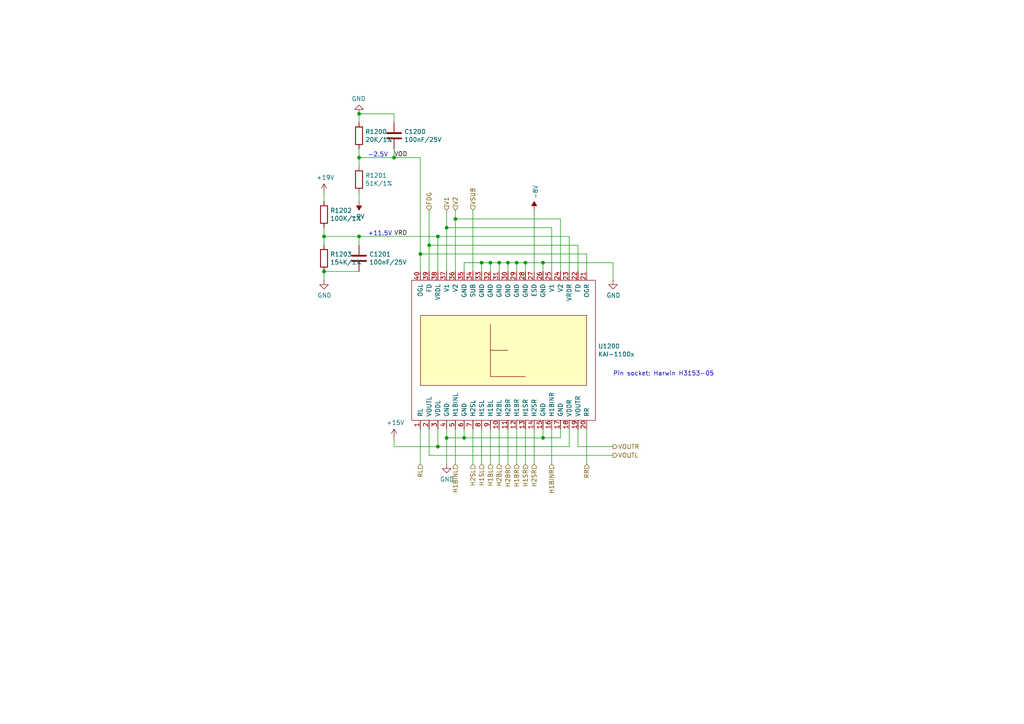
<source format=kicad_sch>
(kicad_sch (version 20210621) (generator eeschema)
  (paper "A4")
  (title_block (title "Sitina Ne") (rev "R0P2") (company "ZephRay"))
  (lib_symbols
    (symbol "Device:C" (pin_numbers hide) (pin_names (offset 0.254))
      (property "Reference" "C" (at 0.635 2.54 0))
      (property "Value" "C" (at 0.635 -2.54 0))
      (symbol "C_0_1"
        (polyline (pts (xy -2.032 -0.762) (xy 2.032 -0.762)) (stroke (width 0.508)))
        (polyline (pts (xy -2.032 0.762) (xy 2.032 0.762)) (stroke (width 0.508)))
      )
      (symbol "C_1_1"
        (pin passive line (at 0 3.81 270) (length 2.794) (name "~") (number "1"))
        (pin passive line (at 0 -3.81 90) (length 2.794) (name "~") (number "2"))
      )
    )
    (symbol "Device:R" (pin_numbers hide) (pin_names (offset 0))
      (property "Reference" "R" (at 2.032 0 90))
      (property "Value" "R" (at 0 0 90))
      (symbol "R_0_1"
        (rectangle (start -1.016 -2.54) (end 1.016 2.54) (stroke (width 0.254)))
      )
      (symbol "R_1_1"
        (pin passive line (at 0 3.81 270) (length 1.27) (name "~") (number "1"))
        (pin passive line (at 0 -3.81 90) (length 1.27) (name "~") (number "2"))
      )
    )
    (symbol "Sitina:+19V" (power) (pin_names (offset 0))
      (property "Value" "+19V" (at 0 3.556 0))
      (symbol "+19V_0_1"
        (polyline (pts (xy -0.762 1.27) (xy 0 2.54)))
        (polyline (pts (xy 0 0) (xy 0 2.54)))
        (polyline (pts (xy 0 2.54) (xy 0.762 1.27)))
      )
      (symbol "+19V_1_1"
        (pin power_in line (at 0 0 90) (length 0) hide (name "+19V") (number "1"))
      )
    )
    (symbol "Sitina:KAI-1100x" (pin_names (offset 1.016))
      (property "Reference" "U" (at 0 0 0))
      (property "Value" "KAI-1100x" (at 0 -2.54 0))
      (symbol "KAI-1100x_0_1"
        (rectangle (start -22.86 -22.86) (end 25.4 -43.18) (fill (type background)))
        (polyline (pts (xy 2.54 -33.02) (xy -2.54 -33.02)) (fill (type background)))
        (polyline (pts (xy 7.62 -40.64) (xy -2.54 -40.64) (xy -2.54 -25.4)) (fill (type background)))
        (rectangle (start 27.94 -53.34) (end -25.4 -12.7))
      )
      (symbol "KAI-1100x_1_1"
        (pin input line (at -22.86 -55.88 90) (length 2.54) (name "RL") (number "1"))
        (pin input line (at 0 -55.88 90) (length 2.54) (name "H2BL") (number "10"))
        (pin input line (at 2.54 -55.88 90) (length 2.54) (name "H2BR") (number "11"))
        (pin input line (at 5.08 -55.88 90) (length 2.54) (name "H1BR") (number "12"))
        (pin input line (at 7.62 -55.88 90) (length 2.54) (name "H1SR") (number "13"))
        (pin input line (at 10.16 -55.88 90) (length 2.54) (name "H2SR") (number "14"))
        (pin input line (at 12.7 -55.88 90) (length 2.54) (name "GND") (number "15"))
        (pin input line (at 15.24 -55.88 90) (length 2.54) (name "H1BINR") (number "16"))
        (pin input line (at 17.78 -55.88 90) (length 2.54) (name "GND") (number "17"))
        (pin input line (at 20.32 -55.88 90) (length 2.54) (name "VDDR") (number "18"))
        (pin input line (at 22.86 -55.88 90) (length 2.54) (name "VOUTR") (number "19"))
        (pin input line (at -20.32 -55.88 90) (length 2.54) (name "VOUTL") (number "2"))
        (pin input line (at 25.4 -55.88 90) (length 2.54) (name "RR") (number "20"))
        (pin input line (at 25.4 -10.16 270) (length 2.54) (name "OGR") (number "21"))
        (pin input line (at 22.86 -10.16 270) (length 2.54) (name "FD") (number "22"))
        (pin input line (at 20.32 -10.16 270) (length 2.54) (name "VRDR") (number "23"))
        (pin input line (at 17.78 -10.16 270) (length 2.54) (name "V2") (number "24"))
        (pin input line (at 15.24 -10.16 270) (length 2.54) (name "V1") (number "25"))
        (pin input line (at 12.7 -10.16 270) (length 2.54) (name "GND") (number "26"))
        (pin input line (at 10.16 -10.16 270) (length 2.54) (name "ESD") (number "27"))
        (pin input line (at 7.62 -10.16 270) (length 2.54) (name "GND") (number "28"))
        (pin input line (at 5.08 -10.16 270) (length 2.54) (name "GND") (number "29"))
        (pin input line (at -17.78 -55.88 90) (length 2.54) (name "VDDL") (number "3"))
        (pin input line (at 2.54 -10.16 270) (length 2.54) (name "GND") (number "30"))
        (pin input line (at 0 -10.16 270) (length 2.54) (name "GND") (number "31"))
        (pin input line (at -2.54 -10.16 270) (length 2.54) (name "GND") (number "32"))
        (pin input line (at -5.08 -10.16 270) (length 2.54) (name "GND") (number "33"))
        (pin input line (at -7.62 -10.16 270) (length 2.54) (name "SUB") (number "34"))
        (pin input line (at -10.16 -10.16 270) (length 2.54) (name "GND") (number "35"))
        (pin input line (at -12.7 -10.16 270) (length 2.54) (name "V2") (number "36"))
        (pin input line (at -15.24 -10.16 270) (length 2.54) (name "V1") (number "37"))
        (pin input line (at -17.78 -10.16 270) (length 2.54) (name "VRDL") (number "38"))
        (pin input line (at -20.32 -10.16 270) (length 2.54) (name "FD") (number "39"))
        (pin input line (at -15.24 -55.88 90) (length 2.54) (name "GND") (number "4"))
        (pin input line (at -22.86 -10.16 270) (length 2.54) (name "OGL") (number "40"))
        (pin input line (at -12.7 -55.88 90) (length 2.54) (name "H1BINL") (number "5"))
        (pin input line (at -10.16 -55.88 90) (length 2.54) (name "GND") (number "6"))
        (pin input line (at -7.62 -55.88 90) (length 2.54) (name "H2SL") (number "7"))
        (pin input line (at -5.08 -55.88 90) (length 2.54) (name "H1SL") (number "8"))
        (pin input line (at -2.54 -55.88 90) (length 2.54) (name "H1BL") (number "9"))
      )
    )
    (symbol "power:+15V" (power) (pin_names (offset 0))
      (property "Value" "+15V" (at 0 3.556 0))
      (symbol "+15V_0_1"
        (polyline (pts (xy -0.762 1.27) (xy 0 2.54)))
        (polyline (pts (xy 0 0) (xy 0 2.54)))
        (polyline (pts (xy 0 2.54) (xy 0.762 1.27)))
      )
      (symbol "+15V_1_1"
        (pin power_in line (at 0 0 90) (length 0) hide (name "+15V") (number "1"))
      )
    )
    (symbol "power:-8V" (power) (pin_names (offset 0))
      (property "Value" "-8V" (at 0 3.81 0))
      (symbol "-8V_0_0"
        (pin power_in line (at 0 0 90) (length 0) hide (name "-8V") (number "1"))
      )
      (symbol "-8V_0_1"
        (polyline (pts (xy 0 0) (xy 0 1.27) (xy 0.762 1.27) (xy 0 2.54) (xy -0.762 1.27) (xy 0 1.27)) (fill (type outline)))
      )
    )
    (symbol "power:-9V" (power) (pin_names (offset 0))
      (property "Value" "-9V" (at 0 3.81 0))
      (symbol "-9V_0_1"
        (polyline (pts (xy 0 0) (xy 0 2.54)))
        (polyline (pts (xy 0.762 1.27) (xy -0.762 1.27) (xy 0 2.54) (xy 0.762 1.27)) (fill (type outline)))
      )
      (symbol "-9V_1_1"
        (pin power_in line (at 0 0 90) (length 0) hide (name "-9V") (number "1"))
      )
    )
    (symbol "power:GND" (power) (pin_names (offset 0))
      (property "Value" "GND" (at 0 -3.81 0))
      (symbol "GND_0_1"
        (polyline (pts (xy 0 0) (xy 0 -1.27) (xy 1.27 -1.27) (xy 0 -2.54) (xy -1.27 -1.27) (xy 0 -1.27)))
      )
      (symbol "GND_1_1"
        (pin power_in line (at 0 0 270) (length 0) hide (name "GND") (number "1"))
      )
    )
  )
  (junction (at 134.62 127) (diameter 0.9144))
  (junction (at 152.4 76.2) (diameter 0.9144))
  (junction (at 147.32 76.2) (diameter 0.9144))
  (junction (at 157.48 127) (diameter 0.9144))
  (junction (at 93.98 78.74) (diameter 0.9144))
  (junction (at 132.08 63.5) (diameter 0.9144))
  (junction (at 124.46 71.12) (diameter 0.9144))
  (junction (at 104.14 68.58) (diameter 0.9144))
  (junction (at 127 68.58) (diameter 0.9144))
  (junction (at 144.78 76.2) (diameter 0.9144))
  (junction (at 129.54 127) (diameter 0.9144))
  (junction (at 114.3 45.72) (diameter 0.9144))
  (junction (at 127 129.54) (diameter 0.9144))
  (junction (at 139.7 76.2) (diameter 0.9144))
  (junction (at 129.54 66.04) (diameter 0.9144))
  (junction (at 149.86 76.2) (diameter 0.9144))
  (junction (at 121.92 73.66) (diameter 0.9144))
  (junction (at 157.48 76.2) (diameter 0.9144))
  (junction (at 104.14 33.02) (diameter 0.9144))
  (junction (at 142.24 76.2) (diameter 0.9144))
  (junction (at 93.98 68.58) (diameter 0.9144))
  (junction (at 104.14 45.72) (diameter 0.9144))
  (wire (pts (xy 152.4 78.74) (xy 152.4 76.2)))
  (wire (pts (xy 124.46 124.46) (xy 124.46 132.08)))
  (wire (pts (xy 149.86 78.74) (xy 149.86 76.2)))
  (wire (pts (xy 152.4 76.2) (xy 149.86 76.2)))
  (wire (pts (xy 177.8 76.2) (xy 177.8 81.28)))
  (wire (pts (xy 104.14 71.12) (xy 104.14 68.58)))
  (wire (pts (xy 147.32 78.74) (xy 147.32 76.2)))
  (wire (pts (xy 149.86 76.2) (xy 147.32 76.2)))
  (wire (pts (xy 129.54 127) (xy 134.62 127)))
  (wire (pts (xy 167.64 124.46) (xy 167.64 129.54)))
  (wire (pts (xy 104.14 33.02) (xy 104.14 35.56)))
  (wire (pts (xy 162.56 127) (xy 162.56 124.46)))
  (wire (pts (xy 154.94 134.62) (xy 154.94 124.46)))
  (wire (pts (xy 121.92 45.72) (xy 121.92 73.66)))
  (wire (pts (xy 104.14 45.72) (xy 114.3 45.72)))
  (wire (pts (xy 114.3 43.18) (xy 114.3 45.72)))
  (wire (pts (xy 160.02 134.62) (xy 160.02 124.46)))
  (wire (pts (xy 104.14 78.74) (xy 93.98 78.74)))
  (wire (pts (xy 124.46 71.12) (xy 124.46 78.74)))
  (wire (pts (xy 167.64 129.54) (xy 177.8 129.54)))
  (wire (pts (xy 147.32 76.2) (xy 144.78 76.2)))
  (wire (pts (xy 170.18 78.74) (xy 170.18 73.66)))
  (wire (pts (xy 132.08 63.5) (xy 132.08 78.74)))
  (wire (pts (xy 114.3 33.02) (xy 104.14 33.02)))
  (wire (pts (xy 121.92 73.66) (xy 121.92 78.74)))
  (wire (pts (xy 137.16 134.62) (xy 137.16 124.46)))
  (wire (pts (xy 139.7 134.62) (xy 139.7 124.46)))
  (wire (pts (xy 129.54 60.96) (xy 129.54 66.04)))
  (wire (pts (xy 129.54 127) (xy 129.54 134.62)))
  (wire (pts (xy 124.46 71.12) (xy 167.64 71.12)))
  (wire (pts (xy 165.1 129.54) (xy 127 129.54)))
  (wire (pts (xy 104.14 48.26) (xy 104.14 45.72)))
  (wire (pts (xy 144.78 78.74) (xy 144.78 76.2)))
  (wire (pts (xy 93.98 66.04) (xy 93.98 68.58)))
  (wire (pts (xy 134.62 76.2) (xy 134.62 78.74)))
  (wire (pts (xy 134.62 124.46) (xy 134.62 127)))
  (wire (pts (xy 134.62 127) (xy 157.48 127)))
  (wire (pts (xy 152.4 134.62) (xy 152.4 124.46)))
  (wire (pts (xy 149.86 134.62) (xy 149.86 124.46)))
  (wire (pts (xy 144.78 134.62) (xy 144.78 124.46)))
  (wire (pts (xy 142.24 76.2) (xy 139.7 76.2)))
  (wire (pts (xy 165.1 68.58) (xy 127 68.58)))
  (wire (pts (xy 93.98 55.88) (xy 93.98 58.42)))
  (wire (pts (xy 114.3 127) (xy 114.3 129.54)))
  (wire (pts (xy 93.98 68.58) (xy 104.14 68.58)))
  (wire (pts (xy 104.14 43.18) (xy 104.14 45.72)))
  (wire (pts (xy 129.54 66.04) (xy 129.54 78.74)))
  (wire (pts (xy 160.02 66.04) (xy 160.02 78.74)))
  (wire (pts (xy 124.46 60.96) (xy 124.46 71.12)))
  (wire (pts (xy 132.08 63.5) (xy 162.56 63.5)))
  (wire (pts (xy 165.1 78.74) (xy 165.1 68.58)))
  (wire (pts (xy 144.78 76.2) (xy 142.24 76.2)))
  (wire (pts (xy 127 129.54) (xy 127 124.46)))
  (wire (pts (xy 93.98 81.28) (xy 93.98 78.74)))
  (wire (pts (xy 132.08 60.96) (xy 132.08 63.5)))
  (wire (pts (xy 147.32 134.62) (xy 147.32 124.46)))
  (wire (pts (xy 129.54 66.04) (xy 160.02 66.04)))
  (wire (pts (xy 157.48 124.46) (xy 157.48 127)))
  (wire (pts (xy 121.92 134.62) (xy 121.92 124.46)))
  (wire (pts (xy 114.3 35.56) (xy 114.3 33.02)))
  (wire (pts (xy 152.4 76.2) (xy 157.48 76.2)))
  (wire (pts (xy 132.08 134.62) (xy 132.08 124.46)))
  (wire (pts (xy 142.24 134.62) (xy 142.24 124.46)))
  (wire (pts (xy 165.1 124.46) (xy 165.1 129.54)))
  (wire (pts (xy 142.24 78.74) (xy 142.24 76.2)))
  (wire (pts (xy 129.54 124.46) (xy 129.54 127)))
  (wire (pts (xy 127 129.54) (xy 114.3 129.54)))
  (wire (pts (xy 167.64 71.12) (xy 167.64 78.74)))
  (wire (pts (xy 127 78.74) (xy 127 68.58)))
  (wire (pts (xy 157.48 78.74) (xy 157.48 76.2)))
  (wire (pts (xy 104.14 68.58) (xy 127 68.58)))
  (wire (pts (xy 139.7 78.74) (xy 139.7 76.2)))
  (wire (pts (xy 170.18 73.66) (xy 121.92 73.66)))
  (wire (pts (xy 114.3 45.72) (xy 121.92 45.72)))
  (wire (pts (xy 157.48 127) (xy 162.56 127)))
  (wire (pts (xy 134.62 76.2) (xy 139.7 76.2)))
  (wire (pts (xy 104.14 58.42) (xy 104.14 55.88)))
  (wire (pts (xy 124.46 132.08) (xy 177.8 132.08)))
  (wire (pts (xy 154.94 78.74) (xy 154.94 60.96)))
  (wire (pts (xy 137.16 60.96) (xy 137.16 78.74)))
  (wire (pts (xy 93.98 71.12) (xy 93.98 68.58)))
  (wire (pts (xy 157.48 76.2) (xy 177.8 76.2)))
  (wire (pts (xy 170.18 134.62) (xy 170.18 124.46)))
  (wire (pts (xy 162.56 63.5) (xy 162.56 78.74)))
  (text "+11.5V" (at 106.68 68.58 0) (effects (font (size 1.27 1.27)) (justify left bottom)))
  (text "Pin socket: Harwin H3153-05" (at 177.8 109.22 0) (effects (font (size 1.27 1.27)) (justify left bottom)))
  (text "-2.5V" (at 106.68 45.72 0) (effects (font (size 1.27 1.27)) (justify left bottom)))
  (label "VOD" (at 114.3 45.72 0))
  (label "VRD" (at 114.3 68.58 0))
  (hierarchical_label "H2SR" (shape input) (at 154.94 134.62 270))
  (hierarchical_label "H2SL" (shape input) (at 137.16 134.62 270))
  (hierarchical_label "H2BR" (shape input) (at 147.32 134.62 270))
  (hierarchical_label "FDG" (shape input) (at 124.46 60.96 90))
  (hierarchical_label "H2BL" (shape input) (at 144.78 134.62 270))
  (hierarchical_label "H1BL" (shape input) (at 142.24 134.62 270))
  (hierarchical_label "V1" (shape input) (at 129.54 60.96 90))
  (hierarchical_label "V2" (shape input) (at 132.08 60.96 90))
  (hierarchical_label "H1BR" (shape input) (at 149.86 134.62 270))
  (hierarchical_label "VOUTL" (shape output) (at 177.8 132.08 0))
  (hierarchical_label "VOUTR" (shape output) (at 177.8 129.54 0))
  (hierarchical_label "H1BINR" (shape input) (at 160.02 134.62 270))
  (hierarchical_label "H1SL" (shape input) (at 139.7 134.62 270))
  (hierarchical_label "RR" (shape input) (at 170.18 134.62 270))
  (hierarchical_label "RL" (shape input) (at 121.92 134.62 270))
  (hierarchical_label "H1SR" (shape input) (at 152.4 134.62 270))
  (hierarchical_label "VSUB" (shape input) (at 137.16 60.96 90))
  (hierarchical_label "H1BINL" (shape input) (at 132.08 134.62 270))
  (symbol (lib_id "Sitina:KAI-1100x") (at 144.78 68.58 0) (unit 1)
    (property "Reference" "U1200" (at 173.4312 100.4316 0) (effects (justify left)))
    (property "Value" "KAI-1100x" (at 173.4312 102.743 0) (effects (justify left)))
    (property "Footprint" "Footprints:KAI-1100X" (effects hide))
  )
  (symbol (lib_id "power:GND") (at 129.54 134.62 0) (unit 1)
    (property "Reference" "#PWR0194" (effects hide))
    (property "Value" "GND" (at 129.667 139.0142 0))
  )
  (symbol (lib_id "power:+15V") (at 114.3 127 0) (unit 1)
    (property "Reference" "#PWR0195" (effects hide))
    (property "Value" "+15V" (at 114.681 122.6058 0))
  )
  (symbol (lib_id "power:GND") (at 177.8 81.28 0) (unit 1)
    (property "Reference" "#PWR0196" (effects hide))
    (property "Value" "GND" (at 177.927 85.6742 0))
  )
  (symbol (lib_id "Device:C") (at 104.14 74.93 0) (unit 1)
    (property "Reference" "C1201" (at 107.061 73.7616 0) (effects (justify left)))
    (property "Value" "100nF/25V" (at 107.061 76.073 0) (effects (justify left)))
    (property "Footprint" "Capacitor_SMD:C_0603_1608Metric" (effects hide))
  )
  (symbol (lib_id "Device:R") (at 93.98 74.93 0) (unit 1)
    (property "Reference" "R1203" (at 95.758 73.7616 0) (effects (justify left)))
    (property "Value" "154K/1%" (at 95.758 76.073 0) (effects (justify left)))
    (property "Footprint" "Resistor_SMD:R_0402_1005Metric" (effects hide))
  )
  (symbol (lib_id "Device:R") (at 93.98 62.23 0) (unit 1)
    (property "Reference" "R1202" (at 95.758 61.0616 0) (effects (justify left)))
    (property "Value" "100K/1%" (at 95.758 63.373 0) (effects (justify left)))
    (property "Footprint" "Resistor_SMD:R_0402_1005Metric" (effects hide))
  )
  (symbol (lib_id "power:GND") (at 93.98 81.28 0) (unit 1)
    (property "Reference" "#PWR0197" (effects hide))
    (property "Value" "GND" (at 94.107 85.6742 0))
  )
  (symbol (lib_id "Device:C") (at 114.3 39.37 0) (unit 1)
    (property "Reference" "C1200" (at 117.221 38.2016 0) (effects (justify left)))
    (property "Value" "100nF/25V" (at 117.221 40.513 0) (effects (justify left)))
    (property "Footprint" "Capacitor_SMD:C_0603_1608Metric" (effects hide))
  )
  (symbol (lib_id "Device:R") (at 104.14 52.07 0) (unit 1)
    (property "Reference" "R1201" (at 105.918 50.9016 0) (effects (justify left)))
    (property "Value" "51K/1%" (at 105.918 53.213 0) (effects (justify left)))
    (property "Footprint" "Resistor_SMD:R_0402_1005Metric" (effects hide))
  )
  (symbol (lib_id "Device:R") (at 104.14 39.37 0) (unit 1)
    (property "Reference" "R1200" (at 105.918 38.2016 0) (effects (justify left)))
    (property "Value" "20K/1%" (at 105.918 40.513 0) (effects (justify left)))
    (property "Footprint" "Resistor_SMD:R_0402_1005Metric" (effects hide))
  )
  (symbol (lib_id "power:GND") (at 104.14 33.02 180) (unit 1)
    (property "Reference" "#PWR0199" (effects hide))
    (property "Value" "GND" (at 104.013 28.6258 0))
  )
  (symbol (lib_id "power:-8V") (at 154.94 60.96 0) (unit 1)
    (property "Reference" "#PWR0105" (effects hide))
    (property "Value" "-8V" (at 155.321 57.7088 90) (effects (justify left)))
  )
  (symbol (lib_id "Sitina:+19V") (at 93.98 55.88 0) (unit 1)
    (property "Reference" "#PWR0124" (effects hide))
    (property "Value" "+19V" (at 94.361 51.4858 0))
  )
  (symbol (lib_id "power:-9V") (at 104.14 58.42 180) (unit 1)
    (property "Reference" "#PWR01" (effects hide))
    (property "Value" "-9V" (at 103.759 62.8142 0))
  )
)
</source>
